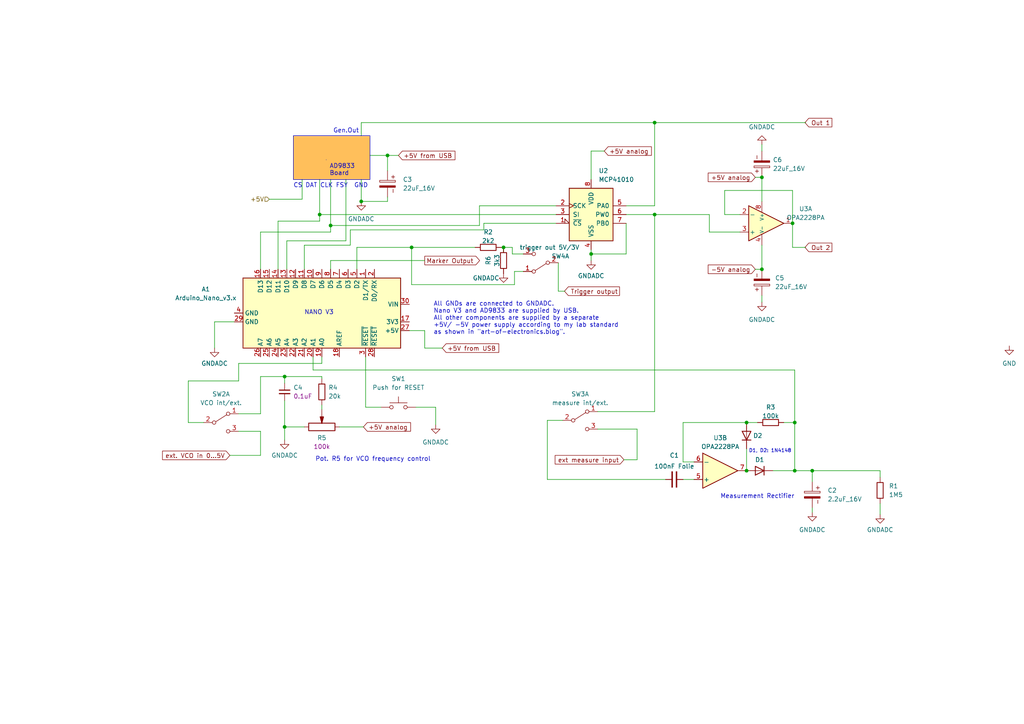
<source format=kicad_sch>
(kicad_sch (version 20230121) (generator eeschema)
  (paper "A4")
  (title_block (title "AD9833 versatile function generator") (date "2024-06-14") (rev "1.8") (company "Mike:   michael@art-of-electronics.blog"))
  (lib_symbols
    (symbol "Diode:1N4148" (pin_numbers hide) (pin_names hide)
      (property "Reference" "D" (at 0 2.54 0))
      (property "Value" "1N4148" (at 0 -2.54 0))
      (symbol "1N4148_0_1"
        (polyline (pts (xy -1.27 1.27) (xy -1.27 -1.27)) (stroke (width 0.254)))
        (polyline (pts (xy 1.27 0) (xy -1.27 0)))
        (polyline (pts (xy 1.27 1.27) (xy 1.27 -1.27) (xy -1.27 0) (xy 1.27 1.27)) (stroke (width 0.254)))
      )
      (symbol "1N4148_1_1"
        (pin passive line (at -3.81 0 0) (length 2.54) (name "K") (number "1"))
        (pin passive line (at 3.81 0 180) (length 2.54) (name "A") (number "2"))
      )
    )
    (symbol "MCU_Module:Arduino_Nano_v3.x"
      (property "Reference" "A" (at -10.16 23.495 0))
      (property "Value" "Arduino_Nano_v3.x" (at 5.08 -24.13 0))
      (symbol "Arduino_Nano_v3.x_0_1"
        (rectangle (start -10.16 22.86) (end 10.16 -22.86) (stroke (width 0.254)) (fill (type background)))
      )
      (symbol "Arduino_Nano_v3.x_1_1"
        (pin bidirectional line (at -12.7 12.7 0) (length 2.54) (name "D1/TX") (number "1"))
        (pin bidirectional line (at -12.7 -2.54 0) (length 2.54) (name "D7") (number "10"))
        (pin bidirectional line (at -12.7 -5.08 0) (length 2.54) (name "D8") (number "11"))
        (pin bidirectional line (at -12.7 -7.62 0) (length 2.54) (name "D9") (number "12"))
        (pin bidirectional line (at -12.7 -10.16 0) (length 2.54) (name "D10") (number "13"))
        (pin bidirectional line (at -12.7 -12.7 0) (length 2.54) (name "D11") (number "14"))
        (pin bidirectional line (at -12.7 -15.24 0) (length 2.54) (name "D12") (number "15"))
        (pin bidirectional line (at -12.7 -17.78 0) (length 2.54) (name "D13") (number "16"))
        (pin power_out line (at 2.54 25.4 270) (length 2.54) (name "3V3") (number "17"))
        (pin input line (at 12.7 5.08 180) (length 2.54) (name "AREF") (number "18"))
        (pin bidirectional line (at 12.7 0 180) (length 2.54) (name "A0") (number "19"))
        (pin bidirectional line (at -12.7 15.24 0) (length 2.54) (name "D0/RX") (number "2"))
        (pin bidirectional line (at 12.7 -2.54 180) (length 2.54) (name "A1") (number "20"))
        (pin bidirectional line (at 12.7 -5.08 180) (length 2.54) (name "A2") (number "21"))
        (pin bidirectional line (at 12.7 -7.62 180) (length 2.54) (name "A3") (number "22"))
        (pin bidirectional line (at 12.7 -10.16 180) (length 2.54) (name "A4") (number "23"))
        (pin bidirectional line (at 12.7 -12.7 180) (length 2.54) (name "A5") (number "24"))
        (pin bidirectional line (at 12.7 -15.24 180) (length 2.54) (name "A6") (number "25"))
        (pin bidirectional line (at 12.7 -17.78 180) (length 2.54) (name "A7") (number "26"))
        (pin power_out line (at 5.08 25.4 270) (length 2.54) (name "+5V") (number "27"))
        (pin input line (at 12.7 15.24 180) (length 2.54) (name "~{RESET}") (number "28"))
        (pin power_in line (at 2.54 -25.4 90) (length 2.54) (name "GND") (number "29"))
        (pin input line (at 12.7 12.7 180) (length 2.54) (name "~{RESET}") (number "3"))
        (pin power_in line (at -2.54 25.4 270) (length 2.54) (name "VIN") (number "30"))
        (pin power_in line (at 0 -25.4 90) (length 2.54) (name "GND") (number "4"))
        (pin bidirectional line (at -12.7 10.16 0) (length 2.54) (name "D2") (number "5"))
        (pin bidirectional line (at -12.7 7.62 0) (length 2.54) (name "D3") (number "6"))
        (pin bidirectional line (at -12.7 5.08 0) (length 2.54) (name "D4") (number "7"))
        (pin bidirectional line (at -12.7 2.54 0) (length 2.54) (name "D5") (number "8"))
        (pin bidirectional line (at -12.7 0 0) (length 2.54) (name "D6") (number "9"))
      )
    )
    (symbol "PCM_4ms_Capacitor:0.1uF_0603_16V" (pin_numbers hide) (pin_names (offset 0.254) hide)
      (property "Reference" "C" (at 1.905 1.27 0))
      (property "Display" "0.1uF" (at 1.905 -1.27 0))
      (symbol "0.1uF_0603_16V_0_1"
        (polyline (pts (xy -1.524 -0.508) (xy 1.524 -0.508)) (stroke (width 0.3302)))
        (polyline (pts (xy -1.524 0.508) (xy 1.524 0.508)) (stroke (width 0.3048)))
      )
      (symbol "0.1uF_0603_16V_1_1"
        (pin passive line (at 0 2.54 270) (length 2.032) (name "~") (number "1"))
        (pin passive line (at 0 -2.54 90) (length 2.032) (name "~") (number "2"))
      )
    )
    (symbol "PCM_4ms_Power-symbol:GND" (power) (pin_names (offset 0))
      (property "Value" "GND" (at 0 -3.81 0))
      (symbol "GND_0_1"
        (polyline (pts (xy 0 0) (xy 0 -1.27) (xy 1.27 -1.27) (xy 0 -2.54) (xy -1.27 -1.27) (xy 0 -1.27)))
      )
      (symbol "GND_1_1"
        (pin power_in line (at 0 0 270) (length 0) hide (name "GND") (number "1"))
      )
    )
    (symbol "PCM_4ms_Power-symbol:GNDADC" (power) (pin_numbers hide) (pin_names (offset 0) hide)
      (property "Value" "GNDADC" (at 0 -3.81 0))
      (symbol "GNDADC_0_1"
        (polyline (pts (xy 0 0) (xy 0 -1.27) (xy 1.27 -1.27) (xy 0 -2.54) (xy -1.27 -1.27) (xy 0 -1.27)))
      )
      (symbol "GNDADC_1_1"
        (pin power_in line (at 0 0 270) (length 0) hide (name "GNDADC") (number "1"))
      )
    )
    (symbol "PCM_4ms_Switch:Slide_DPDT_SS22D06" (pin_names (offset 0) hide)
      (property "Reference" "SW" (at 0 5.08 0))
      (property "Value" "Slide_DPDT_SS22D06" (at 0 7.62 0))
      (symbol "Slide_DPDT_SS22D06_0_0"
        (circle (center -2.032 0) (radius 0.508))
        (circle (center 2.032 -2.54) (radius 0.508))
      )
      (symbol "Slide_DPDT_SS22D06_0_1"
        (polyline (pts (xy -1.524 0.254) (xy 1.651 2.286)))
        (circle (center 2.032 2.54) (radius 0.508))
      )
      (symbol "Slide_DPDT_SS22D06_1_1"
        (pin passive line (at 5.08 2.54 180) (length 2.54) (name "A") (number "1"))
        (pin passive line (at -5.08 0 0) (length 2.54) (name "B") (number "2"))
        (pin passive line (at 5.08 -2.54 180) (length 2.54) (name "C") (number "3"))
      )
      (symbol "Slide_DPDT_SS22D06_2_1"
        (pin passive line (at 5.08 2.54 180) (length 2.54) (name "A") (number "4"))
        (pin passive line (at -5.08 0 0) (length 2.54) (name "B") (number "5"))
        (pin passive line (at 5.08 -2.54 180) (length 2.54) (name "C") (number "6"))
      )
      (symbol "Slide_DPDT_SS22D06_3_1"
        (rectangle (start -3.81 3.81) (end 3.81 -3.81))
        (polyline (pts (xy -5.08 0) (xy -3.81 0)))
        (polyline (pts (xy 5.08 0) (xy 3.81 0)))
        (pin passive line (at -5.08 -2.54 90) (length 2.54) (name "SHIELD") (number "7"))
        (pin passive line (at 5.08 -2.54 90) (length 2.54) (name "SHIELD") (number "8"))
      )
    )
    (symbol "PCM_Amplifier_Operational_AKL:OPA2228PA" (pin_names (offset 0.2))
      (property "Reference" "U" (at 1.27 7.62 0))
      (property "Value" "OPA2228PA" (at 1.27 5.08 0))
      (symbol "OPA2228PA_0_1"
        (polyline (pts (xy -3.81 5.08) (xy -3.81 -5.08) (xy 6.35 0) (xy -3.81 5.08)) (stroke (width 0.254)) (fill (type background)))
      )
      (symbol "OPA2228PA_1_1"
        (pin output line (at 8.89 0 180) (length 2.54) (name "~") (number "1"))
        (pin input line (at -6.35 2.54 0) (length 2.54) (name "-") (number "2"))
        (pin input line (at -6.35 -2.54 0) (length 2.54) (name "+") (number "3"))
        (pin power_in line (at 0 -6.35 90) (length 3.18) (name "V-") (number "4"))
        (pin power_in line (at 0 6.35 270) (length 3.18) (name "V+") (number "8"))
      )
      (symbol "OPA2228PA_2_1"
        (pin input line (at -6.35 -2.54 0) (length 2.54) (name "+") (number "5"))
        (pin input line (at -6.35 2.54 0) (length 2.54) (name "-") (number "6"))
        (pin output line (at 8.89 0 180) (length 2.54) (name "~") (number "7"))
      )
    )
    (symbol "PCM_Generic:R-potentiometer,IEC" (pin_numbers hide) (pin_names (offset 0) hide)
      (property "Reference" "R" (at 2.54 2.54 0))
      (property "Indicator" "●" (at 2.54 -2.54 0))
      (symbol "R-potentiometer,IEC_1_1"
        (rectangle (start -1.0922 3.81) (end 1.0922 -3.81) (stroke (width 0.254)))
        (polyline (pts (xy 1.0922 0) (xy 2.921 0.4826) (xy 2.921 -0.4826) (xy 1.0922 0)) (stroke (width 0.254)) (fill (type outline)))
        (pin passive line (at 0 -5.08 90) (length 1.27) (name "a") (number "1"))
        (pin passive line (at 5.08 0 180) (length 3.9878) (name "b") (number "2"))
        (pin passive line (at 0 5.08 270) (length 1.27) (name "c") (number "3"))
      )
    )
    (symbol "PCM_SL_Capacitors:104_Ceramic"
      (property "Reference" "C" (at 0 6.35 0))
      (property "Value" "104_Ceramic" (at 0 3.81 0))
      (symbol "104_Ceramic_0_1"
        (rectangle (start -0.762 2.286) (end -0.508 -2.286) (fill (type outline)))
        (rectangle (start 0.508 2.286) (end 0.762 -2.286) (fill (type outline)))
      )
      (symbol "104_Ceramic_1_1"
        (pin passive line (at -2.54 0 0) (length 2) (name "~") (number "1"))
        (pin input line (at 2.54 0 180) (length 2) (name "~") (number "2"))
      )
    )
    (symbol "PCM_SL_Capacitors:22uF_16V"
      (property "Reference" "C" (at 0 7.62 0))
      (property "Value" "22uF_16V" (at 0 5.08 0))
      (symbol "22uF_16V_0_0"
        (text "+" (at -2.032 1.524 0) (effects (font (size 1.27 1.27))))
        (text "-" (at 2.032 1.524 0) (effects (font (size 1.27 1.27))))
      )
      (symbol "22uF_16V_0_1"
        (rectangle (start -1.016 -2.286) (end -0.508 2.286))
        (rectangle (start 0.508 -2.286) (end 1.016 2.286) (fill (type outline)))
      )
      (symbol "22uF_16V_1_1"
        (pin passive line (at -3.81 0 0) (length 2.7) (name "~") (number "1"))
        (pin input line (at 3.81 0 180) (length 2.7) (name "~") (number "2"))
      )
    )
    (symbol "PCM_SL_Capacitors:4.7uF_16V"
      (property "Reference" "C" (at 0 7.62 0))
      (property "Value" "4.7uF_16V" (at 0 5.08 0))
      (symbol "4.7uF_16V_0_0"
        (text "+" (at -2.032 1.524 0) (effects (font (size 1.27 1.27))))
        (text "-" (at 2.032 1.524 0) (effects (font (size 1.27 1.27))))
      )
      (symbol "4.7uF_16V_0_1"
        (rectangle (start -1.016 -2.286) (end -0.508 2.286))
        (rectangle (start 0.508 -2.286) (end 1.016 2.286) (fill (type outline)))
      )
      (symbol "4.7uF_16V_1_1"
        (pin passive line (at -3.81 0 0) (length 2.7) (name "~") (number "1"))
        (pin input line (at 3.81 0 180) (length 2.7) (name "~") (number "2"))
      )
    )
    (symbol "PCM_SL_Devices:Resistor"
      (property "Reference" "R" (at 0 5.08 0))
      (property "Value" "Resistor" (at 0 2.54 0))
      (symbol "Resistor_0_1"
        (rectangle (start -2.286 0.889) (end 2.286 -0.889) (stroke (width 0.24)))
      )
      (symbol "Resistor_1_1"
        (pin passive line (at -3.81 0 0) (length 1.5) (name "") (number "1"))
        (pin passive line (at 3.81 0 180) (length 1.5) (name "~") (number "2"))
      )
    )
    (symbol "Potentiometer_Digital:MCP41010" (pin_names (offset 1.016))
      (property "Reference" "U" (at -6.35 8.89 0))
      (property "Value" "MCP41010" (at 1.27 8.89 0))
      (symbol "MCP41010_0_1"
        (rectangle (start -6.35 7.62) (end 6.35 -7.62) (stroke (width 0.254)) (fill (type background)))
      )
      (symbol "MCP41010_1_1"
        (pin input input_low (at -10.16 -2.54 0) (length 3.81) (name "~{CS}") (number "1"))
        (pin passive clock (at -10.16 2.54 0) (length 3.81) (name "SCK") (number "2"))
        (pin input line (at -10.16 0 0) (length 3.81) (name "SI") (number "3"))
        (pin power_in line (at 0 -10.16 90) (length 2.54) (name "VSS") (number "4"))
        (pin passive line (at 10.16 2.54 180) (length 3.81) (name "PA0") (number "5"))
        (pin passive line (at 10.16 0 180) (length 3.81) (name "PW0") (number "6"))
        (pin passive line (at 10.16 -2.54 180) (length 3.81) (name "PB0") (number "7"))
        (pin power_in line (at 0 10.16 270) (length 2.54) (name "VDD") (number "8"))
      )
    )
    (symbol "Switch:SW_Push" (pin_numbers hide) (pin_names (offset 1.016) hide)
      (property "Reference" "SW" (at 1.27 2.54 0))
      (property "Value" "SW_Push" (at 0 -1.524 0))
      (symbol "SW_Push_0_1"
        (circle (center -2.032 0) (radius 0.508))
        (polyline (pts (xy 0 1.27) (xy 0 3.048)))
        (polyline (pts (xy 2.54 1.27) (xy -2.54 1.27)))
        (circle (center 2.032 0) (radius 0.508))
        (pin passive line (at -5.08 0 0) (length 2.54) (name "1") (number "1"))
        (pin passive line (at 5.08 0 180) (length 2.54) (name "2") (number "2"))
      )
    )
  )
  (junction (at 216.535 136.525))
  (junction (at 112.395 45.085))
  (junction (at 230.505 136.525))
  (junction (at 171.45 73.66))
  (junction (at 82.55 123.825))
  (junction (at 104.775 58.42))
  (junction (at 220.98 51.435))
  (junction (at 220.98 78.105))
  (junction (at 216.535 122.555))
  (junction (at 92.71 62.23))
  (junction (at 230.505 122.555))
  (junction (at 235.585 136.525))
  (junction (at 189.865 62.23))
  (junction (at 229.87 64.77))
  (junction (at 82.55 109.22))
  (junction (at 146.05 71.755))
  (junction (at 189.865 35.56))
  (junction (at 119.38 71.755))
  (junction (at 95.885 65.405))
  (wire (pts (xy 171.45 73.66) (xy 181.61 73.66)))
  (wire (pts (xy 201.295 133.985) (xy 198.12 133.985)))
  (wire (pts (xy 189.865 62.23) (xy 205.74 62.23)))
  (wire (pts (xy 198.12 122.555) (xy 198.12 133.985)))
  (wire (pts (xy 216.535 130.175) (xy 216.535 136.525)))
  (wire (pts (xy 54.61 122.555) (xy 59.055 122.555)))
  (wire (pts (xy 220.98 78.105) (xy 219.075 78.105)))
  (wire (pts (xy 69.215 125.095) (xy 75.565 125.095)))
  (wire (pts (xy 101.6 66.675) (xy 140.335 66.675)))
  (wire (pts (xy 171.45 73.66) (xy 171.45 72.39)))
  (wire (pts (xy 112.395 45.085) (xy 112.395 49.53)))
  (wire (pts (xy 151.765 73.66) (xy 148.59 73.66)))
  (wire (pts (xy 139.065 59.69) (xy 161.29 59.69)))
  (wire (pts (xy 181.61 62.23) (xy 189.865 62.23)))
  (wire (pts (xy 229.87 55.245) (xy 229.87 64.77)))
  (wire (pts (xy 210.185 62.23) (xy 210.185 55.245)))
  (wire (pts (xy 189.865 62.23) (xy 189.865 119.38)))
  (wire (pts (xy 216.535 122.555) (xy 198.12 122.555)))
  (wire (pts (xy 227.33 122.555) (xy 230.505 122.555)))
  (wire (pts (xy 216.535 122.555) (xy 219.71 122.555)))
  (wire (pts (xy 82.55 127.635) (xy 82.55 123.825)))
  (wire (pts (xy 220.98 51.435) (xy 219.075 51.435)))
  (wire (pts (xy 119.38 71.755) (xy 137.795 71.755)))
  (wire (pts (xy 220.98 71.12) (xy 220.98 78.105)))
  (wire (pts (xy 140.335 66.675) (xy 140.335 64.77)))
  (wire (pts (xy 126.365 123.19) (xy 126.365 118.11)))
  (wire (pts (xy 140.335 64.77) (xy 161.29 64.77)))
  (wire (pts (xy 235.585 148.59) (xy 235.585 147.32)))
  (wire (pts (xy 171.45 43.815) (xy 175.26 43.815)))
  (wire (pts (xy 80.645 64.135) (xy 80.645 78.105)))
  (wire (pts (xy 139.065 65.405) (xy 139.065 59.69)))
  (wire (pts (xy 235.585 136.525) (xy 255.27 136.525)))
  (wire (pts (xy 189.865 35.56) (xy 189.865 59.69)))
  (wire (pts (xy 230.505 136.525) (xy 235.585 136.525)))
  (wire (pts (xy 220.98 41.91) (xy 220.98 43.815)))
  (wire (pts (xy 119.38 82.55) (xy 149.225 82.55)))
  (wire (pts (xy 69.215 120.015) (xy 75.565 120.015)))
  (wire (pts (xy 158.75 139.065) (xy 193.04 139.065)))
  (wire (pts (xy 95.885 65.405) (xy 95.885 52.07)))
  (wire (pts (xy 161.925 76.2) (xy 161.925 84.455)))
  (wire (pts (xy 88.265 78.105) (xy 88.265 71.12)))
  (wire (pts (xy 230.505 122.555) (xy 230.505 136.525)))
  (wire (pts (xy 69.215 110.49) (xy 54.61 110.49)))
  (wire (pts (xy 104.775 52.07) (xy 104.775 58.42)))
  (wire (pts (xy 83.185 78.105) (xy 83.185 69.85)))
  (wire (pts (xy 184.785 124.46) (xy 184.785 133.35)))
  (wire (pts (xy 93.345 105.41) (xy 69.215 105.41)))
  (wire (pts (xy 235.585 136.525) (xy 235.585 139.7)))
  (wire (pts (xy 120.65 118.11) (xy 126.365 118.11)))
  (wire (pts (xy 66.675 132.08) (xy 75.565 132.08)))
  (wire (pts (xy 145.415 71.755) (xy 146.05 71.755)))
  (wire (pts (xy 255.27 146.05) (xy 255.27 149.225)))
  (wire (pts (xy 205.74 62.23) (xy 205.74 67.31)))
  (wire (pts (xy 95.885 75.565) (xy 123.19 75.565)))
  (wire (pts (xy 181.61 73.66) (xy 181.61 64.77)))
  (wire (pts (xy 230.505 107.315) (xy 230.505 122.555)))
  (wire (pts (xy 205.74 67.31) (xy 214.63 67.31)))
  (wire (pts (xy 88.265 71.12) (xy 101.6 71.12)))
  (wire (pts (xy 82.55 123.825) (xy 88.265 123.825)))
  (wire (pts (xy 210.185 55.245) (xy 229.87 55.245)))
  (wire (pts (xy 92.71 52.07) (xy 92.71 62.23)))
  (wire (pts (xy 220.98 58.42) (xy 220.98 51.435)))
  (wire (pts (xy 104.775 35.56) (xy 189.865 35.56)))
  (wire (pts (xy 93.345 103.505) (xy 93.345 105.41)))
  (wire (pts (xy 106.045 103.505) (xy 106.045 118.11)))
  (wire (pts (xy 220.98 85.725) (xy 220.98 87.63)))
  (wire (pts (xy 78.105 57.785) (xy 87.63 57.785)))
  (wire (pts (xy 103.505 71.755) (xy 119.38 71.755)))
  (wire (pts (xy 62.23 93.345) (xy 67.945 93.345)))
  (wire (pts (xy 148.59 71.755) (xy 148.59 73.66)))
  (wire (pts (xy 82.55 111.125) (xy 82.55 109.22)))
  (wire (pts (xy 255.27 136.525) (xy 255.27 138.43)))
  (wire (pts (xy 104.775 58.42) (xy 112.395 58.42)))
  (wire (pts (xy 158.75 121.92) (xy 158.75 139.065)))
  (wire (pts (xy 146.05 71.755) (xy 146.05 73.025)))
  (wire (pts (xy 214.63 62.23) (xy 210.185 62.23)))
  (wire (pts (xy 100.33 52.07) (xy 100.33 69.85)))
  (wire (pts (xy 90.805 107.315) (xy 230.505 107.315)))
  (wire (pts (xy 82.55 109.22) (xy 93.345 109.22)))
  (wire (pts (xy 128.27 100.965) (xy 123.19 100.965)))
  (wire (pts (xy 95.885 65.405) (xy 139.065 65.405)))
  (wire (pts (xy 75.565 125.095) (xy 75.565 132.08)))
  (wire (pts (xy 189.865 59.69) (xy 181.61 59.69)))
  (wire (pts (xy 171.45 52.07) (xy 171.45 43.815)))
  (wire (pts (xy 62.23 100.965) (xy 62.23 93.345)))
  (wire (pts (xy 107.315 45.085) (xy 112.395 45.085)))
  (wire (pts (xy 201.295 139.065) (xy 198.12 139.065)))
  (wire (pts (xy 123.19 100.965) (xy 123.19 95.885)))
  (wire (pts (xy 93.345 117.475) (xy 93.345 118.745)))
  (wire (pts (xy 80.645 64.135) (xy 92.71 64.135)))
  (wire (pts (xy 106.045 118.11) (xy 110.49 118.11)))
  (wire (pts (xy 75.565 78.105) (xy 75.565 67.31)))
  (wire (pts (xy 104.775 39.37) (xy 104.775 35.56)))
  (wire (pts (xy 149.225 82.55) (xy 149.225 78.74)))
  (wire (pts (xy 163.195 121.92) (xy 158.75 121.92)))
  (wire (pts (xy 161.29 62.23) (xy 92.71 62.23)))
  (wire (pts (xy 92.71 62.23) (xy 92.71 64.135)))
  (wire (pts (xy 95.885 78.105) (xy 95.885 75.565)))
  (wire (pts (xy 83.185 69.85) (xy 100.33 69.85)))
  (wire (pts (xy 101.6 71.12) (xy 101.6 66.675)))
  (wire (pts (xy 173.355 124.46) (xy 184.785 124.46)))
  (wire (pts (xy 119.38 71.755) (xy 119.38 82.55)))
  (wire (pts (xy 224.155 136.525) (xy 230.505 136.525)))
  (wire (pts (xy 151.765 78.74) (xy 149.225 78.74)))
  (wire (pts (xy 118.745 95.885) (xy 123.19 95.885)))
  (wire (pts (xy 229.87 64.77) (xy 229.87 71.755)))
  (wire (pts (xy 95.885 67.31) (xy 95.885 65.405)))
  (wire (pts (xy 90.805 103.505) (xy 90.805 107.315)))
  (wire (pts (xy 189.865 119.38) (xy 173.355 119.38)))
  (wire (pts (xy 87.63 52.07) (xy 87.63 57.785)))
  (wire (pts (xy 98.425 123.825) (xy 105.41 123.825)))
  (wire (pts (xy 171.45 75.565) (xy 171.45 73.66)))
  (wire (pts (xy 112.395 58.42) (xy 112.395 57.15)))
  (wire (pts (xy 112.395 45.085) (xy 115.57 45.085)))
  (wire (pts (xy 75.565 120.015) (xy 75.565 109.22)))
  (wire (pts (xy 69.215 105.41) (xy 69.215 110.49)))
  (wire (pts (xy 184.785 133.35) (xy 180.975 133.35)))
  (wire (pts (xy 75.565 109.22) (xy 82.55 109.22)))
  (wire (pts (xy 189.865 35.56) (xy 233.68 35.56)))
  (wire (pts (xy 75.565 67.31) (xy 95.885 67.31)))
  (wire (pts (xy 93.345 109.22) (xy 93.345 109.855)))
  (wire (pts (xy 146.05 71.755) (xy 148.59 71.755)))
  (wire (pts (xy 229.87 71.755) (xy 233.68 71.755)))
  (wire (pts (xy 82.55 116.205) (xy 82.55 123.825)))
  (wire (pts (xy 103.505 78.105) (xy 103.505 71.755)))
  (wire (pts (xy 54.61 110.49) (xy 54.61 122.555)))
  (wire (pts (xy 161.925 84.455) (xy 163.83 84.455)))
  (rectangle (start 85.09 39.37) (end 107.315 52.07) (fill (type color) (color 255 191 91 1)))
  (text_box "AD9833 Board" (at 94.615 46.355 0) (size 0 0) (effects (font (size 1.27 1.27)) (justify left top)))
  (text "All GNDs are connected to GNDADC.\nNano V3 and AD9833 are supplied by USB.\nAll other components are supplied by a separate\n+5V/ -5V power supply according to my lab standard \nas shown in \"art-of-electronics.blog\"." (at 125.73 97.155 0) (effects (font (size 1.27 1.27)) (justify left bottom)))
  (text "Pot. R5 for VCO frequency control" (at 91.44 133.985 0) (effects (font (size 1.27 1.27)) (justify left bottom)))
  (text "CS DAT CLK FSY  GND" (at 85.09 54.61 0) (effects (font (size 1.27 1.27)) (justify left bottom)))
  (text "NANO V3" (at 88.265 91.44 0) (effects (font (size 1.27 1.27)) (justify left bottom)))
  (text "D1, D2: 1N4148" (at 217.17 131.445 0) (effects (font (size 1 1)) (justify left bottom)))
  (text "Measurement Rectifier" (at 208.915 144.78 0) (effects (font (size 1.27 1.27)) (justify left bottom)))
  (text "Gen.Out" (at 104.14 38.735 0) (effects (font (size 1.27 1.27)) (justify right bottom)))
  (global_label "Trigger output" (shape output) (at 179.705 84.455 180) (property "Intersheetrefs" "${INTERSHEET_REFS}" (effects hide)))
  (global_label "Marker Output" (shape output) (at 123.19 75.565 0) (property "Intersheetrefs" "${INTERSHEET_REFS}" (effects hide)))
  (global_label "ext measure input" (shape input) (at 180.975 133.35 180) (property "Intersheetrefs" "${INTERSHEET_REFS}" (effects hide)))
  (global_label "+5V from USB" (shape input) (at 115.57 45.085 0) (property "Intersheetrefs" "${INTERSHEET_REFS}" (effects hide)))
  (global_label "ext. VCO in 0...5V" (shape input) (at 66.675 132.08 180) (property "Intersheetrefs" "${INTERSHEET_REFS}" (effects hide)))
  (global_label "+5V analog" (shape input) (at 105.41 123.825 0) (property "Intersheetrefs" "${INTERSHEET_REFS}" (effects hide)))
  (global_label "+5V analog" (shape input) (at 175.26 43.815 0) (property "Intersheetrefs" "${INTERSHEET_REFS}" (effects hide)))
  (global_label "Out 1" (shape output) (at 241.3 35.56 180) (property "Intersheetrefs" "${INTERSHEET_REFS}" (effects hide)))
  (global_label "+5V from USB" (shape input) (at 128.27 100.965 0) (property "Intersheetrefs" "${INTERSHEET_REFS}" (effects hide)))
  (global_label "+5V analog" (shape input) (at 219.075 51.435 180) (property "Intersheetrefs" "${INTERSHEET_REFS}" (effects hide)))
  (global_label "Out 2" (shape output) (at 241.3 71.755 180) (property "Intersheetrefs" "${INTERSHEET_REFS}" (effects hide)))
  (global_label "-5V analog" (shape input) (at 219.075 78.105 180) (property "Intersheetrefs" "${INTERSHEET_REFS}" (effects hide)))
  (hierarchical_label "+5V" (shape input) (at 78.105 57.785 180))
  (symbol (lib_id "PCM_SL_Capacitors:104_Ceramic") (at 195.58 139.065 0) (unit 1)
    (property "Reference" "C1" (at 195.58 132.08 0))
    (property "Value" "100nF Folie" (at 195.58 135.255 0))
    (property "Footprint" "Capacitor_THT:C_Disc_D5.0mm_W2.5mm_P2.50mm" (effects hide))
  )
  (symbol (lib_id "PCM_SL_Capacitors:22uF_16V") (at 220.98 47.625 90) (unit 1)
    (property "Reference" "C6" (at 224.155 46.355 90) (effects (justify right)))
    (property "Value" "22uF_16V" (at 224.155 48.895 90) (effects (justify right)))
    (property "Footprint" "Capacitor_THT:CP_Radial_D4.0mm_P1.50mm" (effects hide))
  )
  (symbol (lib_id "PCM_4ms_Power-symbol:GNDADC") (at 171.45 75.565 0) (unit 1)
    (property "Reference" "#PWR07" (effects hide))
    (property "Value" "GNDADC" (at 171.45 80.01 0))
  )
  (symbol (lib_id "PCM_4ms_Power-symbol:GNDADC") (at 255.27 149.225 0) (unit 1)
    (property "Reference" "#PWR011" (effects hide))
    (property "Value" "GNDADC" (at 255.27 153.67 0))
  )
  (symbol (lib_id "PCM_4ms_Power-symbol:GNDADC") (at 126.365 123.19 0) (unit 1)
    (property "Reference" "#PWR09" (effects hide))
    (property "Value" "GNDADC" (at 126.365 128.27 0))
  )
  (symbol (lib_id "Switch:SW_Push") (at 115.57 118.11 0) (unit 1)
    (property "Reference" "SW1" (at 115.57 109.855 0))
    (property "Value" "Push for RESET" (at 115.57 112.395 0))
  )
  (symbol (lib_id "PCM_4ms_Power-symbol:GNDADC") (at 235.585 148.59 0) (unit 1)
    (property "Reference" "#PWR03" (effects hide))
    (property "Value" "GNDADC" (at 235.585 153.67 0))
  )
  (symbol (lib_id "Diode:1N4148") (at 216.535 126.365 90) (unit 1)
    (property "Reference" "D2" (at 218.44 126.365 90) (effects (justify right)))
    (property "Value" "1N4148" (effects hide))
    (property "Footprint" "Diode_THT:D_DO-35_SOD27_P7.62mm_Horizontal" (effects hide))
    (property "Datasheet" "https://assets.nexperia.com/documents/data-sheet/1N4148_1N4448.pdf" (effects hide))
    (property "Sim.Device" "D" (effects hide))
    (property "Sim.Pins" "1=K 2=A" (effects hide))
  )
  (symbol (lib_id "PCM_SL_Capacitors:22uF_16V") (at 220.98 81.915 90) (unit 1)
    (property "Reference" "C5" (at 224.79 80.645 90) (effects (justify right)))
    (property "Value" "22uF_16V" (at 224.79 83.185 90) (effects (justify right)))
    (property "Footprint" "Capacitor_THT:CP_Radial_D4.0mm_P1.50mm" (effects hide))
  )
  (symbol (lib_id "PCM_4ms_Power-symbol:GND") (at 292.735 100.33 0) (unit 1)
    (property "Reference" "#PWR02" (effects hide))
    (property "Value" "GND" (at 292.735 105.41 0))
  )
  (symbol (lib_id "PCM_4ms_Switch:Slide_DPDT_SS22D06") (at 168.275 121.92 0) (unit 1)
    (property "Reference" "SW3" (at 168.275 114.3 0))
    (property "Value" "measure int/ext." (at 168.275 116.84 0))
    (property "Footprint" "4ms_Switch:Slide_Switch_Runrun_SS22D06" (effects hide))
    (property "Specifications" "On/On, SubMini toggle 2-position" (effects hide))
    (property "Manufacturer" "RunRun" (effects hide))
    (property "Part Number" "SS22D06" (effects hide))
  )
  (symbol (lib_id "PCM_Amplifier_Operational_AKL:OPA2228PA") (at 207.645 136.525 0) (unit 2)
    (property "Reference" "U3" (at 208.915 127 0))
    (property "Value" "OPA2228PA" (at 208.915 129.54 0))
    (property "Footprint" "Package_DIP_AKL:DIP-8_W7.62mm_LongPads" (effects hide))
    (property "Datasheet" "https://www.ti.com/lit/ds/symlink/opa2227.pdf?ts=1634999940353&ref_url=https%253A%252F%252Fwww.google.com%252F" (effects hide))
  )
  (symbol (lib_id "PCM_4ms_Power-symbol:GNDADC") (at 82.55 127.635 0) (unit 1)
    (property "Reference" "#PWR06" (effects hide))
    (property "Value" "GNDADC" (at 82.55 132.08 0))
  )
  (symbol (lib_id "PCM_SL_Devices:Resistor") (at 146.05 75.565 90) (unit 1)
    (property "Reference" "R6" (at 141.605 75.565 0))
    (property "Value" "3k3" (at 144.145 75.565 0))
    (property "Footprint" "Resistor_THT:R_Axial_DIN0207_L6.3mm_D2.5mm_P10.16mm_Horizontal" (effects hide))
  )
  (symbol (lib_id "PCM_4ms_Power-symbol:GNDADC") (at 62.23 100.965 0) (unit 1)
    (property "Reference" "#PWR05" (effects hide))
    (property "Value" "GNDADC" (at 62.23 105.41 0))
  )
  (symbol (lib_id "PCM_4ms_Switch:Slide_DPDT_SS22D06") (at 64.135 122.555 0) (unit 1)
    (property "Reference" "SW2" (at 64.135 114.3 0))
    (property "Value" "VCO int/ext." (at 64.135 116.84 0))
    (property "Footprint" "4ms_Switch:Slide_Switch_Runrun_SS22D06" (effects hide))
    (property "Specifications" "On/On, SubMini toggle 2-position" (effects hide))
    (property "Manufacturer" "RunRun" (effects hide))
    (property "Part Number" "SS22D06" (effects hide))
  )
  (symbol (lib_id "PCM_4ms_Power-symbol:GNDADC") (at 146.05 79.375 0) (unit 1)
    (property "Reference" "#PWR010" (effects hide))
    (property "Value" "GNDADC" (at 140.97 80.645 0))
  )
  (symbol (lib_id "PCM_Amplifier_Operational_AKL:OPA2228PA") (at 220.98 64.77 0) (unit 1)
    (property "Reference" "U3" (at 233.68 60.5791 0))
    (property "Value" "OPA2228PA" (at 233.68 63.1191 0))
    (property "Footprint" "Package_DIP_AKL:DIP-8_W7.62mm_LongPads" (effects hide))
    (property "Datasheet" "https://www.ti.com/lit/ds/symlink/opa2227.pdf?ts=1634999940353&ref_url=https%253A%252F%252Fwww.google.com%252F" (effects hide))
  )
  (symbol (lib_id "MCU_Module:Arduino_Nano_v3.x") (at 93.345 90.805 270) (unit 1)
    (property "Reference" "A1" (at 59.69 83.8769 90))
    (property "Value" "Arduino_Nano_v3.x" (at 59.69 86.4169 90))
    (property "Footprint" "Module:Arduino_Nano" (effects hide))
    (property "Datasheet" "http://www.mouser.com/pdfdocs/Gravitech_Arduino_Nano3_0.pdf" (effects hide))
  )
  (symbol (lib_id "PCM_4ms_Capacitor:0.1uF_0603_16V") (at 82.55 113.665 0) (unit 1)
    (property "Reference" "C4" (at 85.09 112.4013 0) (effects (justify left)))
    (property "Value" "0.1uF_0603_16V" (effects hide))
    (property "Footprint" "4ms_Capacitor:C_0603" (effects hide))
    (property "Specifications" "0.1uF, Min. 16V 10%, X7R or X5R or similar" (effects hide))
    (property "Manufacturer" "AVX Corporation" (effects hide))
    (property "Part Number" "0603YC104KAT2A" (effects hide))
    (property "Display" "0.1uF" (at 85.09 114.9413 0) (effects (justify left)))
    (property "JLCPCB ID" "C14663" (effects hide))
  )
  (symbol (lib_id "PCM_SL_Devices:Resistor") (at 223.52 122.555 0) (unit 1)
    (property "Reference" "R3" (at 223.52 118.11 0))
    (property "Value" "100k" (at 223.52 120.65 0))
    (property "Footprint" "Resistor_THT:R_Axial_DIN0207_L6.3mm_D2.5mm_P10.16mm_Horizontal" (effects hide))
  )
  (symbol (lib_id "PCM_4ms_Power-symbol:GNDADC") (at 104.775 58.42 0) (unit 1)
    (property "Reference" "#PWR01" (effects hide))
    (property "Value" "GNDADC" (at 104.775 63.5 0))
  )
  (symbol (lib_id "PCM_Generic:R-potentiometer,IEC") (at 93.345 123.825 90) (unit 1)
    (property "Reference" "R5" (at 93.345 127 90))
    (property "Value" "100k" (at 93.345 128.27 90) (show_name) (effects (font (size 0 0))))
    (property "Sim.Pins" "1=1 2=2 3=3" (effects hide))
    (property "Sim.Device" "SPICE" (effects hide))
    (property "Sim.Params" "type=\"A\" model=\"lin100k\" lib=\"R-potentiometer.lib\"" (effects hide))
    (property "Indicator" "100k" (at 93.345 129.54 90))
  )
  (symbol (lib_id "Potentiometer_Digital:MCP41010") (at 171.45 62.23 0) (unit 1)
    (property "Reference" "U2" (at 173.6441 49.53 0) (effects (justify left)))
    (property "Value" "MCP41010" (at 173.6441 52.07 0) (effects (justify left)))
    (property "Datasheet" "http://ww1.microchip.com/downloads/en/DeviceDoc/11195c.pdf" (effects hide))
  )
  (symbol (lib_id "PCM_SL_Devices:Resistor") (at 255.27 142.24 90) (unit 1)
    (property "Reference" "R1" (at 257.81 140.97 90) (effects (justify right)))
    (property "Value" "1M5" (at 257.81 143.51 90) (effects (justify right)))
    (property "Footprint" "Resistor_THT:R_Axial_DIN0207_L6.3mm_D2.5mm_P10.16mm_Horizontal" (effects hide))
  )
  (symbol (lib_id "PCM_SL_Capacitors:22uF_16V") (at 112.395 53.34 270) (unit 1)
    (property "Reference" "C3" (at 116.84 52.07 90) (effects (justify left)))
    (property "Value" "22uF_16V" (at 116.84 54.61 90) (effects (justify left)))
    (property "Footprint" "Capacitor_THT:CP_Radial_D4.0mm_P1.50mm" (effects hide))
  )
  (symbol (lib_id "PCM_4ms_Power-symbol:GNDADC") (at 220.98 41.91 180) (unit 1)
    (property "Reference" "#PWR08" (effects hide))
    (property "Value" "GNDADC" (at 220.98 36.83 0))
  )
  (symbol (lib_id "PCM_SL_Devices:Resistor") (at 141.605 71.755 0) (unit 1)
    (property "Reference" "R2" (at 141.605 67.31 0))
    (property "Value" "2k2" (at 141.605 69.85 0))
    (property "Footprint" "Resistor_THT:R_Axial_DIN0207_L6.3mm_D2.5mm_P10.16mm_Horizontal" (effects hide))
  )
  (symbol (lib_id "Diode:1N4148") (at 220.345 136.525 180) (unit 1)
    (property "Reference" "D1" (at 220.345 133.35 0))
    (property "Value" "1N4148" (effects hide))
    (property "Footprint" "Diode_THT:D_DO-35_SOD27_P7.62mm_Horizontal" (effects hide))
    (property "Datasheet" "https://assets.nexperia.com/documents/data-sheet/1N4148_1N4448.pdf" (effects hide))
    (property "Sim.Device" "D" (effects hide))
    (property "Sim.Pins" "1=K 2=A" (effects hide))
  )
  (symbol (lib_id "PCM_4ms_Power-symbol:GNDADC") (at 220.98 87.63 0) (unit 1)
    (property "Reference" "#PWR04" (effects hide))
    (property "Value" "GNDADC" (at 220.98 92.71 0))
  )
  (symbol (lib_id "PCM_SL_Capacitors:4.7uF_16V") (at 235.585 143.51 270) (unit 1)
    (property "Reference" "C2" (at 240.03 142.24 90) (effects (justify left)))
    (property "Value" "2.2uF_16V" (at 240.03 144.78 90) (effects (justify left)))
    (property "Footprint" "Capacitor_THT:CP_Radial_D5.0mm_P2.00mm" (effects hide))
  )
  (symbol (lib_id "PCM_4ms_Switch:Slide_DPDT_SS22D06") (at 156.845 76.2 180) (unit 1)
    (property "Reference" "SW4" (at 162.56 74.295 0))
    (property "Value" "trigger out 5V/3V" (at 159.385 71.755 0))
    (property "Footprint" "4ms_Switch:Slide_Switch_Runrun_SS22D06" (effects hide))
    (property "Specifications" "On/On, SubMini toggle 2-position" (effects hide))
    (property "Manufacturer" "RunRun" (effects hide))
    (property "Part Number" "SS22D06" (effects hide))
  )
  (symbol (lib_id "PCM_SL_Devices:Resistor") (at 93.345 113.665 90) (unit 1)
    (property "Reference" "R4" (at 95.25 112.395 90) (effects (justify right)))
    (property "Value" "20k" (at 95.25 114.935 90) (effects (justify right)))
    (property "Footprint" "Resistor_THT:R_Axial_DIN0207_L6.3mm_D2.5mm_P10.16mm_Horizontal" (effects hide))
  )
)
</source>
